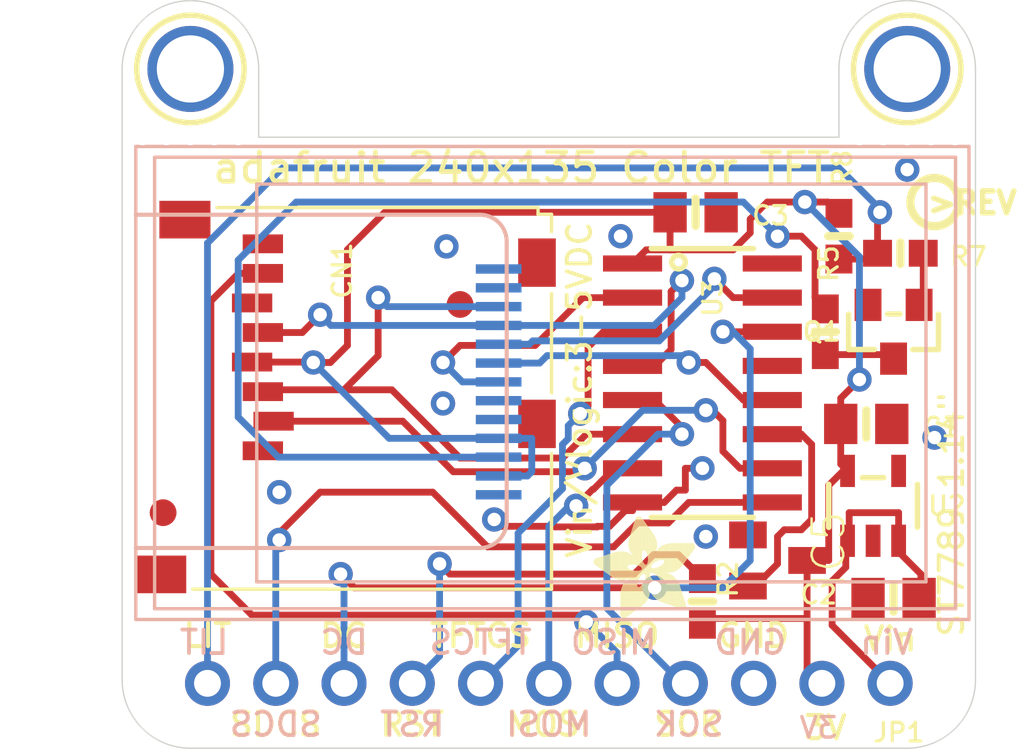
<source format=kicad_pcb>
(kicad_pcb (version 20211014) (generator pcbnew)
  (layers (0 "F.Cu" signal) (31 "B.Cu" signal) (34 "B.Paste" user) (35 "F.Paste" user) (36 "B.SilkS" user "B.Silkscreen") (37 "F.SilkS" user "F.Silkscreen") (38 "B.Mask" user) (39 "F.Mask" user) (44 "Edge.Cuts" user))
  (net 0 "")
  (net 1 "GND")
  (net 2 "3.3V")
  (net 3 "TFTCS_3V")
  (net 4 "SCK")
  (net 5 "MOSI")
  (net 6 "DC")
  (net 7 "SCK_3V")
  (net 8 "~{TFTRST_3V}")
  (net 9 "DC_3V")
  (net 10 "VIN")
  (net 11 "SDCS")
  (net 12 "N$1")
  (net 13 "LED_K")
  (net 14 "N$5")
  (net 15 "MISO_3V")
  (net 16 "MOSI_3V")
  (net 17 "SDCS_3V")
  (net 18 "~{TFTRST}")
  (net 19 "BACKLIGHT")
  (net 20 "TFTCS")
  (footprint "boardEagle:1X11_ROUND" (layer "F.Cu") (at 148.5011 116.4971 180)
    (fp_text reference "JP1" (at -14.0462 -1.8288) (layer "F.SilkS") (effects (font (size 0.692831 0.692831) (thickness 0.119969)) (justify right)))
    (fp_text value "")
    (pad "1" thru_hole circle (at -12.7 0 270) (size 1.6764 1.6764) (drill 1) (layers *.Cu *.Mask) (net 10 "VIN"))
    (pad "2" thru_hole circle (at -10.16 0 270) (size 1.6764 1.6764) (drill 1) (layers *.Cu *.Mask) (net 2 "3.3V"))
    (pad "3" thru_hole circle (at -7.62 0 270) (size 1.6764 1.6764) (drill 1) (layers *.Cu *.Mask) (net 1 "GND"))
    (pad "4" thru_hole circle (at -5.08 0 270) (size 1.6764 1.6764) (drill 1) (layers *.Cu *.Mask) (net 4 "SCK"))
    (pad "5" thru_hole circle (at -2.54 0 270) (size 1.6764 1.6764) (drill 1) (layers *.Cu *.Mask) (net 15 "MISO_3V"))
    (pad "6" thru_hole circle (at 0 0 270) (size 1.6764 1.6764) (drill 1) (layers *.Cu *.Mask) (net 5 "MOSI"))
    (pad "7" thru_hole circle (at 2.54 0 270) (size 1.6764 1.6764) (drill 1) (layers *.Cu *.Mask) (net 20 "TFTCS"))
    (pad "8" thru_hole circle (at 5.08 0 270) (size 1.6764 1.6764) (drill 1) (layers *.Cu *.Mask) (net 18 "~{TFTRST}"))
    (pad "9" thru_hole circle (at 7.62 0 270) (size 1.6764 1.6764) (drill 1) (layers *.Cu *.Mask) (net 6 "DC"))
    (pad "10" thru_hole circle (at 10.16 0 270) (size 1.6764 1.6764) (drill 1) (layers *.Cu *.Mask) (net 11 "SDCS"))
    (pad "11" thru_hole circle (at 12.7 0 270) (size 1.6764 1.6764) (drill 1) (layers *.Cu *.Mask) (net 19 "BACKLIGHT"))
  )
  (footprint "" (layer "F.Cu") (at 133.3881 96.1771)
    (fp_text reference "@HOLE4" hide)
    (fp_text value "" (at 0 0) (layer "F.SilkS") (effects (font (size 1.27 1.27))))
    (pad "" np_thru_hole circle (at 0 0) (size 0.6 0.6) (drill 0.6) (layers *.Cu *.Mask))
  )
  (footprint "" (layer "F.Cu") (at 136.0551 96.1771)
    (fp_text reference "@HOLE1" hide)
    (fp_text value "" (at 0 0) (layer "F.SilkS") (effects (font (size 1.27 1.27))))
    (pad "" np_thru_hole circle (at 0 0) (size 0.6 0.6) (drill 0.6) (layers *.Cu *.Mask))
  )
  (footprint "boardEagle:FIDUCIAL_1MM" (layer "F.Cu") (at 145.1991 102.4001)
    (fp_text reference "FID2" hide)
    (fp_text value "FIDUCIAL_1MM" hide)
    (pad "1" smd roundrect (at 0 0) (size 1 1) (layers "F.Cu" "F.Mask") (roundrect_rratio 0.5))
  )
  (footprint "boardEagle:0805-NO" (layer "F.Cu") (at 161.3281 113.3221 180)
    (fp_text reference "C2" (at 2.032 0.127) (layer "F.SilkS") (effects (font (size 0.692831 0.692831) (thickness 0.119969)) (justify right)))
    (fp_text value "10µF")
    (pad "1" smd rect (at -0.95 0 180) (size 1.24 1.5) (layers "F.Cu" "F.Paste" "F.Mask") (net 10 "VIN"))
    (pad "2" smd rect (at 0.95 0 180) (size 1.24 1.5) (layers "F.Cu" "F.Paste" "F.Mask") (net 1 "GND"))
  )
  (footprint "boardEagle:0603-NO" (layer "F.Cu") (at 154.2161 113.4491 -90)
    (fp_text reference "R2" (at -1.5875 -0.9525 90) (layer "F.SilkS") (effects (font (size 0.692831 0.692831) (thickness 0.119969)) (justify right)))
    (fp_text value "10K")
    (pad "1" smd rect (at -0.85 0 270) (size 1.075 1) (layers "F.Cu" "F.Paste" "F.Mask") (net 18 "~{TFTRST}"))
    (pad "2" smd rect (at 0.85 0 270) (size 1.075 1) (layers "F.Cu" "F.Paste" "F.Mask") (net 2 "3.3V"))
  )
  (footprint "boardEagle:0805-NO" (layer "F.Cu") (at 153.9621 98.9711)
    (fp_text reference "C3" (at 2.032 0.127) (layer "F.SilkS") (effects (font (size 0.692831 0.692831) (thickness 0.119969)) (justify left)))
    (fp_text value "0.1uF")
    (pad "1" smd rect (at -0.95 0) (size 1.24 1.5) (layers "F.Cu" "F.Paste" "F.Mask") (net 2 "3.3V"))
    (pad "2" smd rect (at 0.95 0) (size 1.24 1.5) (layers "F.Cu" "F.Paste" "F.Mask") (net 1 "GND"))
  )
  (footprint "boardEagle:0603-NO" (layer "F.Cu") (at 158.7881 103.4161 90)
    (fp_text reference "R5" (at 1.778 0.127 90) (layer "F.SilkS") (effects (font (size 0.692831 0.692831) (thickness 0.119969)) (justify left)))
    (fp_text value "22")
    (pad "1" smd rect (at -0.85 0 90) (size 1.075 1) (layers "F.Cu" "F.Paste" "F.Mask") (net 14 "N$5"))
    (pad "2" smd rect (at 0.85 0 90) (size 1.075 1) (layers "F.Cu" "F.Paste" "F.Mask") (net 13 "LED_K"))
  )
  (footprint "boardEagle:SOT23" (layer "F.Cu") (at 157.0101 111.9251 -90)
    (fp_text reference "IC5" (at -1.905 -1.905 90) (layer "F.SilkS") (effects (font (size 1.176528 1.176528) (thickness 0.093472)) (justify right)))
    (fp_text value "APX803")
    (pad "1" smd rect (at -0.95 1.1 270) (size 1 1.4) (layers "F.Cu" "F.Paste" "F.Mask") (net 1 "GND"))
    (pad "2" smd rect (at 0.95 1.1 270) (size 1 1.4) (layers "F.Cu" "F.Paste" "F.Mask") (net 18 "~{TFTRST}"))
    (pad "3" smd rect (at 0 -1.1 270) (size 1 1.4) (layers "F.Cu" "F.Paste" "F.Mask") (net 2 "3.3V"))
  )
  (footprint "boardEagle:0805-NO" (layer "F.Cu") (at 160.3121 106.8451)
    (fp_text reference "C1" (at 2.032 0.127) (layer "F.SilkS") (effects (font (size 0.692831 0.692831) (thickness 0.119969)) (justify left)))
    (fp_text value "10µF")
    (pad "1" smd rect (at -0.95 0) (size 1.24 1.5) (layers "F.Cu" "F.Paste" "F.Mask") (net 2 "3.3V"))
    (pad "2" smd rect (at 0.95 0) (size 1.24 1.5) (layers "F.Cu" "F.Paste" "F.Mask") (net 1 "GND"))
  )
  (footprint "boardEagle:SOIC16" (layer "F.Cu") (at 154.2161 105.3211 -90)
    (fp_text reference "U3" (at -3.937 -0.381 90) (layer "F.SilkS") (effects (font (size 0.692831 0.692831) (thickness 0.119969)) (justify right)))
    (fp_text value "74HC4050D")
    (pad "1" smd rect (at -4.445 2.6 270) (size 0.6 2.2) (layers "F.Cu" "F.Paste" "F.Mask") (net 2 "3.3V"))
    (pad "2" smd rect (at -3.175 2.6 270) (size 0.6 2.2) (layers "F.Cu" "F.Paste" "F.Mask") (net 3 "TFTCS_3V"))
    (pad "3" smd rect (at -1.905 2.6 270) (size 0.6 2.2) (layers "F.Cu" "F.Paste" "F.Mask") (net 20 "TFTCS"))
    (pad "4" smd rect (at -0.635 2.6 270) (size 0.6 2.2) (layers "F.Cu" "F.Paste" "F.Mask") (net 7 "SCK_3V"))
    (pad "5" smd rect (at 0.635 2.6 270) (size 0.6 2.2) (layers "F.Cu" "F.Paste" "F.Mask") (net 4 "SCK"))
    (pad "6" smd rect (at 1.905 2.6 270) (size 0.6 2.2) (layers "F.Cu" "F.Paste" "F.Mask") (net 16 "MOSI_3V"))
    (pad "7" smd rect (at 3.175 2.6 270) (size 0.6 2.2) (layers "F.Cu" "F.Paste" "F.Mask") (net 5 "MOSI"))
    (pad "8" smd rect (at 4.445 2.6 270) (size 0.6 2.2) (layers "F.Cu" "F.Paste" "F.Mask") (net 1 "GND"))
    (pad "9" smd rect (at 4.445 -2.6 270) (size 0.6 2.2) (layers "F.Cu" "F.Paste" "F.Mask") (net 11 "SDCS"))
    (pad "10" smd rect (at 3.175 -2.6 270) (size 0.6 2.2) (layers "F.Cu" "F.Paste" "F.Mask") (net 17 "SDCS_3V"))
    (pad "11" smd rect (at 1.905 -2.6 270) (size 0.6 2.2) (layers "F.Cu" "F.Paste" "F.Mask") (net 18 "~{TFTRST}"))
    (pad "12" smd rect (at 0.635 -2.6 270) (size 0.6 2.2) (layers "F.Cu" "F.Paste" "F.Mask") (net 8 "~{TFTRST_3V}"))
    (pad "13" smd rect (at -0.635 -2.6 270) (size 0.6 2.2) (layers "F.Cu" "F.Paste" "F.Mask"))
    (pad "14" smd rect (at -1.905 -2.6 270) (size 0.6 2.2) (layers "F.Cu" "F.Paste" "F.Mask") (net 6 "DC"))
    (pad "15" smd rect (at -3.175 -2.6 270) (size 0.6 2.2) (layers "F.Cu" "F.Paste" "F.Mask") (net 9 "DC_3V"))
    (pad "16" smd rect (at -4.445 -2.6 270) (size 0.6 2.2) (layers "F.Cu" "F.Paste" "F.Mask"))
  )
  (footprint "boardEagle:SOT23-WIDE" (layer "F.Cu") (at 161.3281 103.4161 180)
    (fp_text reference "Q1" (at 1.905 0) (layer "F.SilkS") (effects (font (size 0.692831 0.692831) (thickness 0.119969)) (justify right)))
    (fp_text value "MMBT2222")
    (pad "1" smd rect (at -0.95 1 180) (size 1 1.2) (layers "F.Cu" "F.Paste" "F.Mask") (net 12 "N$1"))
    (pad "2" smd rect (at 0.95 1 180) (size 1 1.2) (layers "F.Cu" "F.Paste" "F.Mask") (net 1 "GND"))
    (pad "3" smd rect (at 0 -1 180) (size 1 1.2) (layers "F.Cu" "F.Paste" "F.Mask") (net 14 "N$5"))
  )
  (footprint "" (layer "F.Cu") (at 163.6141 96.1771)
    (fp_text reference "@HOLE5" hide)
    (fp_text value "" (at 0 0) (layer "F.SilkS") (effects (font (size 1.27 1.27))))
    (pad "" np_thru_hole circle (at 0 0) (size 0.6 0.6) (drill 0.6) (layers *.Cu *.Mask))
  )
  (footprint "" (layer "F.Cu") (at 134.2771 96.1771)
    (fp_text reference "@HOLE3" hide)
    (fp_text value "" (at 0 0) (layer "F.SilkS") (effects (font (size 1.27 1.27))))
    (pad "" np_thru_hole circle (at 0 0) (size 0.6 0.6) (drill 0.6) (layers *.Cu *.Mask))
  )
  (footprint "" (layer "F.Cu") (at 162.7251 96.1771)
    (fp_text reference "@HOLE6" hide)
    (fp_text value "" (at 0 0) (layer "F.SilkS") (effects (font (size 1.27 1.27))))
    (pad "" np_thru_hole circle (at 0 0) (size 0.6 0.6) (drill 0.6) (layers *.Cu *.Mask))
  )
  (footprint "boardEagle:MOUNTINGHOLE_2.5_PLATED" (layer "F.Cu") (at 161.8361 93.6371)
    (fp_text reference "U$10" hide)
    (fp_text value "MOUNTINGHOLE2.5" hide)
    (pad "P$1" thru_hole circle (at 0 0) (size 3.2 3.2) (drill 2.5) (layers *.Cu *.Mask))
  )
  (footprint "boardEagle:0603-NO" (layer "F.Cu") (at 161.5821 100.4951)
    (fp_text reference "R7" (at 1.778 0.127) (layer "F.SilkS") (effects (font (size 0.692831 0.692831) (thickness 0.119969)) (justify left)))
    (fp_text value "1K")
    (pad "1" smd rect (at -0.85 0) (size 1.075 1) (layers "F.Cu" "F.Paste" "F.Mask") (net 19 "BACKLIGHT"))
    (pad "2" smd rect (at 0.85 0) (size 1.075 1) (layers "F.Cu" "F.Paste" "F.Mask") (net 12 "N$1"))
  )
  (footprint "boardEagle:ADAFRUIT_3.5MM" (layer "F.Cu") (at 153.9621 114.0841 90)
    (fp_text reference "U$4" hide)
    (fp_text value "MICROSD" hide)
  )
  (footprint "boardEagle:MOUNTINGHOLE_2.5_PLATED" (layer "F.Cu") (at 135.1661 93.6371)
    (fp_text reference "U$9" hide)
    (fp_text value "MOUNTINGHOLE2.5" hide)
    (pad "P$1" thru_hole circle (at 0 0) (size 3.2 3.2) (drill 2.5) (layers *.Cu *.Mask))
  )
  (footprint "" (layer "F.Cu") (at 160.9471 96.1771)
    (fp_text reference "@HOLE8" hide)
    (fp_text value "" (at 0 0) (layer "F.SilkS") (effects (font (size 1.27 1.27))))
    (pad "" np_thru_hole circle (at 0 0) (size 0.6 0.6) (drill 0.6) (layers *.Cu *.Mask))
  )
  (footprint "boardEagle:SOT23-5" (layer "F.Cu") (at 160.5661 109.8931)
    (fp_text reference "U2" (at 1.978 0) (layer "F.SilkS") (effects (font (size 0.692831 0.692831) (thickness 0.119969)) (justify left)))
    (fp_text value "MIC5225-3.3")
    (pad "1" smd rect (at -0.95 1.3001) (size 0.55 1.2) (layers "F.Cu" "F.Paste" "F.Mask") (net 10 "VIN"))
    (pad "2" smd rect (at 0 1.3001) (size 0.55 1.2) (layers "F.Cu" "F.Paste" "F.Mask") (net 1 "GND"))
    (pad "3" smd rect (at 0.95 1.3001) (size 0.55 1.2) (layers "F.Cu" "F.Paste" "F.Mask") (net 10 "VIN"))
    (pad "4" smd rect (at 0.95 -1.3001) (size 0.55 1.2) (layers "F.Cu" "F.Paste" "F.Mask"))
    (pad "5" smd rect (at -0.95 -1.3001) (size 0.55 1.2) (layers "F.Cu" "F.Paste" "F.Mask") (net 2 "3.3V"))
  )
  (footprint "" (layer "F.Cu") (at 135.1661 96.1771)
    (fp_text reference "@HOLE2" hide)
    (fp_text value "" (at 0 0) (layer "F.SilkS") (effects (font (size 1.27 1.27))))
    (pad "" np_thru_hole circle (at 0 0) (size 0.6 0.6) (drill 0.6) (layers *.Cu *.Mask))
  )
  (footprint "" (layer "F.Cu") (at 161.8361 96.1771)
    (fp_text reference "@HOLE7" hide)
    (fp_text value "" (at 0 0) (layer "F.SilkS") (effects (font (size 1.27 1.27))))
    (pad "" np_thru_hole circle (at 0 0) (size 0.6 0.6) (drill 0.6) (layers *.Cu *.Mask))
  )
  (footprint "boardEagle:PCBFEAT-REV-040" (layer "F.Cu") (at 162.8521 98.5901)
    (fp_text reference "U$6" hide)
    (fp_text value "" hide)
    (fp_text user ">REV" (at -0.3556 0.508) (layer "F.SilkS") (effects (font (size 0.8128 0.8128) (thickness 0.2032)) (justify left bottom)))
  )
  (footprint "boardEagle:MICROSD" (layer "F.Cu") (at 148.5011 98.8441 -90)
    (fp_text reference "CN1" (at 1.18 7.69 90) (layer "F.SilkS") (effects (font (size 0.692831 0.692831) (thickness 0.119969)) (justify right)))
    (fp_text value "")
    (pad "1" smd rect (at 9 10.64 270) (size 0.7 1.5) (layers "F.Cu" "F.Paste" "F.Mask"))
    (pad "2" smd rect (at 7.9 10.24 270) (size 0.7 1.5) (layers "F.Cu" "F.Paste" "F.Mask") (net 17 "SDCS_3V"))
    (pad "3" smd rect (at 6.8 10.64 270) (size 0.7 1.5) (layers "F.Cu" "F.Paste" "F.Mask") (net 16 "MOSI_3V"))
    (pad "4" smd rect (at 5.7 11.04 270) (size 0.7 1.5) (layers "F.Cu" "F.Paste" "F.Mask") (net 2 "3.3V"))
    (pad "5" smd rect (at 4.6 10.64 270) (size 0.7 1.5) (layers "F.Cu" "F.Paste" "F.Mask") (net 7 "SCK_3V"))
    (pad "6" smd rect (at 3.5 11.04 270) (size 0.7 1.5) (layers "F.Cu" "F.Paste" "F.Mask") (net 1 "GND"))
    (pad "7" smd rect (at 2.4 10.64 270) (size 0.7 1.5) (layers "F.Cu" "F.Paste" "F.Mask") (net 15 "MISO_3V"))
    (pad "8" smd rect (at 1.3 10.64 270) (size 0.7 1.5) (layers "F.Cu" "F.Paste" "F.Mask"))
    (pad "CD1" smd rect (at 2 0.44) (size 1.4 1.8) (layers "F.Cu" "F.Paste" "F.Mask"))
    (pad "CD2" smd rect (at 8 0.44) (size 1.4 1.8) (layers "F.Cu" "F.Paste" "F.Mask"))
    (pad "MT1" smd rect (at 0.4 13.54 270) (size 1.4 1.9) (layers "F.Cu" "F.Paste" "F.Mask") (net 1 "GND"))
    (pad "MT2" smd rect (at 13.6 14.44 270) (size 1.4 1.9) (layers "F.Cu" "F.Paste" "F.Mask") (net 1 "GND"))
  )
  (footprint "boardEagle:0603-NO" (layer "F.Cu") (at 159.2961 99.8601 90)
    (fp_text reference "R8" (at 1.778 0.127 90) (layer "F.SilkS") (effects (font (size 0.692831 0.692831) (thickness 0.119969)) (justify left)))
    (fp_text value "10K")
    (pad "1" smd rect (at -0.85 0 90) (size 1.075 1) (layers "F.Cu" "F.Paste" "F.Mask") (net 19 "BACKLIGHT"))
    (pad "2" smd rect (at 0.85 0 90) (size 1.075 1) (layers "F.Cu" "F.Paste" "F.Mask") (net 2 "3.3V"))
  )
  (footprint "boardEagle:FIDUCIAL_1MM" (layer "F.Cu") (at 134.1501 110.1471)
    (fp_text reference "FID1" hide)
    (fp_text value "FIDUCIAL_1MM" hide)
    (pad "1" smd roundrect (at 0 0) (size 1 1) (layers "F.Cu" "F.Mask") (roundrect_rratio 0.5))
  )
  (footprint "" (layer "F.Cu") (at 160.0581 96.1771)
    (fp_text reference "@HOLE9" hide)
    (fp_text value "" (at 0 0) (layer "F.SilkS") (effects (font (size 1.27 1.27))))
    (pad "" np_thru_hole circle (at 0 0) (size 0.6 0.6) (drill 0.6) (layers *.Cu *.Mask))
  )
  (footprint "" (layer "F.Cu") (at 136.9441 96.1771)
    (fp_text reference "@HOLE0" hide)
    (fp_text value "" (at 0 0) (layer "F.SilkS") (effects (font (size 1.27 1.27))))
    (pad "" np_thru_hole circle (at 0 0) (size 0.6 0.6) (drill 0.6) (layers *.Cu *.Mask))
  )
  (footprint "boardEagle:TFT_1.14IN_240X135_WRAPUNDER" (layer "B.Cu") (at 133.1341 105.3211 90)
    (fp_text reference "DISP1" hide)
    (fp_text value "DISP_LCD_GENERIC_SPI_1.14IN_240X135_WRAPUNDER" hide)
    (pad "" np_thru_hole circle (at -5.14 9.8 90) (size 1 1) (drill 1) (layers *.Cu *.Mask))
    (pad "" np_thru_hole circle (at 5.26 9.8 90) (size 1 1) (drill 1) (layers *.Cu *.Mask))
    (pad "1" smd rect (at 4.24 13.5 180) (size 1.7 0.35) (layers "B.Cu" "B.Mask"))
    (pad "2" smd rect (at 3.54 13.5 180) (size 1.7 0.35) (layers "B.Cu" "B.Mask"))
    (pad "3" smd rect (at 2.84 13.5 180) (size 1.7 0.35) (layers "B.Cu" "B.Mask") (net 16 "MOSI_3V"))
    (pad "4" smd rect (at 2.14 13.5 180) (size 1.7 0.35) (layers "B.Cu" "B.Mask") (net 7 "SCK_3V"))
    (pad "5" smd rect (at 1.44 13.5 180) (size 1.7 0.35) (layers "B.Cu" "B.Mask") (net 9 "DC_3V"))
    (pad "6" smd rect (at 0.74 13.5 180) (size 1.7 0.35) (layers "B.Cu" "B.Mask") (net 8 "~{TFTRST_3V}"))
    (pad "7" smd rect (at 0.04 13.5 180) (size 1.7 0.35) (layers "B.Cu" "B.Mask") (net 3 "TFTCS_3V"))
    (pad "8" smd rect (at -0.66 13.5 180) (size 1.7 0.35) (layers "B.Cu" "B.Mask") (net 1 "GND"))
    (pad "9" smd rect (at -1.36 13.5 180) (size 1.7 0.35) (layers "B.Cu" "B.Mask"))
    (pad "10" smd rect (at -2.06 13.5 180) (size 1.7 0.35) (layers "B.Cu" "B.Mask") (net 2 "3.3V"))
    (pad "11" smd rect (at -2.76 13.5 180) (size 1.7 0.35) (layers "B.Cu" "B.Mask") (net 13 "LED_K"))
    (pad "12" smd rect (at -3.46 13.5 180) (size 1.7 0.35) (layers "B.Cu" "B.Mask") (net 2 "3.3V"))
    (pad "13" smd rect (at -4.16 13.5 180) (size 1.7 0.35) (layers "B.Cu" "B.Mask") (net 1 "GND"))
  )
  (gr_line (start 159.2961 93.6371) (end 159.2961 96.1771) (layer "Edge.Cuts") (width 0.05))
  (gr_line (start 132.6261 116.3701) (end 132.6261 93.6371) (layer "Edge.Cuts") (width 0.05))
  (gr_arc (start 132.6261 93.6371) (mid 133.370049 91.841049) (end 135.1661 91.0971) (layer "Edge.Cuts") (width 0.05))
  (gr_arc (start 164.3761 116.3701) (mid 163.632151 118.166151) (end 161.8361 118.9101) (layer "Edge.Cuts") (width 0.05))
  (gr_arc (start 135.1661 118.9101) (mid 133.370049 118.166151) (end 132.6261 116.3701) (layer "Edge.Cuts") (width 0.05))
  (gr_line (start 164.3761 116.3701) (end 164.3761 93.6371) (layer "Edge.Cuts") (width 0.05))
  (gr_line (start 137.7061 93.6371) (end 137.7061 96.1771) (layer "Edge.Cuts") (width 0.05))
  (gr_line (start 135.1661 118.9101) (end 161.8361 118.9101) (layer "Edge.Cuts") (width 0.05))
  (gr_arc (start 159.2961 93.6371) (mid 160.040049 91.841049) (end 161.8361 91.0971) (layer "Edge.Cuts") (width 0.05))
  (gr_arc (start 135.1661 91.0971) (mid 136.962151 91.841049) (end 137.706099 93.637101) (layer "Edge.Cuts") (width 0.05))
  (gr_arc (start 161.8361 91.0971) (mid 163.632151 91.841049) (end 164.3761 93.6371) (layer "Edge.Cuts") (width 0.05))
  (gr_line (start 159.2961 96.1771) (end 137.7061 96.1771) (layer "Edge.Cuts") (width 0.05))
  (gr_text "GND" (at 155.9941 114.9731) (layer "B.SilkS") (effects (font (size 0.87376 0.87376) (thickness 0.14224)) (justify mirror)))
  (gr_text "MOSI" (at 148.5011 118.0211) (layer "B.SilkS") (effects (font (size 0.87376 0.87376) (thickness 0.14224)) (justify mirror)))
  (gr_text "3V" (at 158.5341 118.1481) (layer "B.SilkS") (effects (font (size 0.76454 0.76454) (thickness 0.12446)) (justify mirror)))
  (gr_text "RST" (at 143.4211 118.0211) (layer "B.SilkS") (effects (font (size 0.87376 0.87376) (thickness 0.14224)) (justify mirror)))
  (gr_text "SDCS" (at 138.3411 118.0211) (layer "B.SilkS") (effects (font (size 0.87376 0.87376) (thickness 0.14224)) (justify mirror)))
  (gr_text "Vin" (at 161.0741 114.9731) (layer "B.SilkS") (effects (font (size 0.87376 0.87376) (thickness 0.14224)) (justify mirror)))
  (gr_text "LIT" (at 135.6741 114.9731) (layer "B.SilkS") (effects (font (size 0.87376 0.87376) (thickness 0.14224)) (justify mirror)))
  (gr_text "DC" (at 140.8811 114.9731) (layer "B.SilkS") (effects (font (size 0.87376 0.87376) (thickness 0.14224)) (justify mirror)))
  (gr_text "MISO" (at 150.9141 114.9731) (layer "B.SilkS") (effects (font (size 0.87376 0.87376) (thickness 0.14224)) (justify mirror)))
  (gr_text "TFTCS" (at 145.9611 114.9731) (layer "B.SilkS") (effects (font (size 0.87376 0.87376) (thickness 0.14224)) (justify mirror)))
  (gr_text "SCK" (at 153.7081 118.0211) (layer "B.SilkS") (effects (font (size 0.87376 0.87376) (thickness 0.14224)) (justify mirror)))
  (gr_text "MOSI" (at 148.5011 118.0211) (layer "F.SilkS") (effects (font (size 0.8636 0.8636) (thickness 0.1524))))
  (gr_text "3V" (at 158.7881 118.1481) (layer "F.SilkS") (effects (font (size 0.8636 0.8636) (thickness 0.1524))))
  (gr_text "adafruit 240x135 Color TFT" (at 147.4851 97.3201) (layer "F.SilkS") (effects (font (size 1.0922 1.0922) (thickness 0.1778))))
  (gr_text "MISO" (at 151.0411 114.7191) (layer "F.SilkS") (effects (font (size 0.8636 0.8636) (thickness 0.1524))))
  (gr_text "SCK" (at 153.7081 118.0211) (layer "F.SilkS") (effects (font (size 0.8636 0.8636) (thickness 0.1524))))
  (gr_text "SDCS" (at 138.3411 118.0211) (layer "F.SilkS") (effects (font (size 0.8636 0.8636) (thickness 0.1524))))
  (gr_text "ST7789 1.14\"" (at 163.9951 114.8461 90) (layer "F.SilkS") (effects (font (size 0.87376 0.87376) (thickness 0.14224)) (justify left bottom)))
  (gr_text "GND" (at 156.1211 114.7191) (layer "F.SilkS") (effects (font (size 0.8636 0.8636) (thickness 0.1524))))
  (gr_text "TFTCS" (at 145.9611 114.7191) (layer "F.SilkS") (effects (font (size 0.8636 0.8636) (thickness 0.1524))))
  (gr_text "DC" (at 140.8811 114.7191) (layer "F.SilkS") (effects (font (size 0.8636 0.8636) (thickness 0.1524))))
  (gr_text "Vin/Vlogic:3-5VDC" (at 149.6441 105.5751 90) (layer "F.SilkS") (effects (font (size 0.87376 0.87376) (thickness 0.14224))))
  (gr_text "RST" (at 143.4211 118.0211) (layer "F.SilkS") (effects (font (size 0.8636 0.8636) (thickness 0.1524))))
  (gr_text "LIT" (at 135.8011 114.7191) (layer "F.SilkS") (effects (font (size 0.8636 0.8636) (thickness 0.1524))))
  (gr_text "Vin" (at 161.2011 114.8461) (layer "F.SilkS") (effects (font (size 0.8636 0.8636) (thickness 0.1524))))
  (segment (start 153.2509 109.3089) (end 153.5811 109.3089) (width 0.254) (layer "F.Cu") (net 1))
  (segment (start 150.7617 110.6551) (end 150.3005 110.6551) (width 0.254) (layer "F.Cu") (net 1))
  (segment (start 148.7337 110.6765) (end 148.7337 110.6551) (width 0.254) (layer "F.Cu") (net 1))
  (segment (start 153.5811 108.4961) (end 154.2161 108.4961) (width 0.254) (layer "F.Cu") (net 1))
  (segment (start 151.6161 110.0709) (end 151.3459 110.0709) (width 0.254) (layer "F.Cu") (net 1))
  (segment (start 152.7937 109.7661) (end 153.2509 109.3089) (width 0.254) (layer "F.Cu") (net 1))
  (segment (start 148.7337 110.6551) (end 146.7231 110.6551) (width 0.254) (layer "F.Cu") (net 1))
  (segment (start 150.3005 110.6765) (end 148.7337 110.6765) (width 0.254) (layer "F.Cu") (net 1))
  (segment (start 153.5811 109.3089) (end 153.5811 108.4961) (width 0.254) (layer "F.Cu") (net 1))
  (segment (start 151.6161 109.7661) (end 152.7937 109.7661) (width 0.254) (layer "F.Cu") (net 1))
  (segment (start 151.6161 109.7661) (end 151.6161 110.0709) (width 0.254) (layer "F.Cu") (net 1))
  (segment (start 146.7231 110.6551) (end 146.4691 110.4011) (width 0.254) (layer "F.Cu") (net 1))
  (segment (start 150.3005 110.6551) (end 150.3005 110.6765) (width 0.254) (layer "F.Cu") (net 1))
  (segment (start 151.3459 110.0709) (end 150.7617 110.6551) (width 0.254) (layer "F.Cu") (net 1))
  (via (at 161.8361 97.3836) (size 0.9064) (drill 0.5) (layers "F.Cu" "B.Cu") (net 1))
  (via (at 154.3431 111.0361) (size 0.9064) (drill 0.5) (layers "F.Cu" "B.Cu") (net 1))
  (via (at 146.4691 110.4011) (size 0.9064) (drill 0.5) (layers "F.Cu" "B.Cu") (net 1))
  (via (at 144.6911 100.2411) (size 0.9064) (drill 0.5) (layers "F.Cu" "B.Cu") (net 1))
  (via (at 144.5641 106.0831) (size 0.9064) (drill 0.5) (layers "F.Cu" "B.Cu") (net 1))
  (via (at 138.4681 109.3851) (size 0.9064) (drill 0.5) (layers "F.Cu" "B.Cu") (net 1))
  (via (at 154.2161 108.4961) (size 0.9064) (drill 0.5) (layers "F.Cu" "B.Cu") (net 1))
  (via (at 162.8521 107.3531) (size 0.9064) (drill 0.5) (layers "F.Cu" "B.Cu") (net 1))
  (via (at 151.1681 99.8601) (size 0.9064) (drill 0.5) (layers "F.Cu" "B.Cu") (net 1))
  (segment (start 159.4532 108.593) (end 159.6161 108.593) (width 0.254) (layer "F.Cu") (net 2))
  (segment (start 152.1241 100.3681) (end 153.0121 100.3681) (width 0.254) (layer "F.Cu") (net 2))
  (segment (start 159.6161 108.593) (end 159.3621 108.339) (width 0.254) (layer "F.Cu") (net 2))
  (segment (start 140.3731 104.5591) (end 139.7381 104.5591) (width 0.254) (layer "F.Cu") (net 2))
  (segment (start 158.1101 111.9251) (end 158.1101 114.0841) (width 0.254) (layer "F.Cu") (net 2))
  (segment (start 142.397175 98.9711) (end 141.0081 100.360175) (width 0.254) (layer "F.Cu") (net 2))
  (segment (start 158.0261 98.5901) (end 156.6291 98.5901) (width 0.254) (layer "F.Cu") (net 2))
  (segment (start 154.4311 114.0841) (end 158.1101 114.0841) (width 0.254) (layer "F.Cu") (net 2))
  (segment (start 158.1101 114.0841) (end 158.1101 115.9461) (width 0.254) (layer "F.Cu") (net 2))
  (segment (start 158.6611 116.4971) (end 158.1101 115.9461) (width 0.254) (layer "F.Cu") (net 2))
  (segment (start 158.8761 98.5901) (end 158.0261 98.5901) (width 0.254) (layer "F.Cu") (net 2))
  (segment (start 159.3621 108.339) (end 159.3621 106.8451) (width 0.254) (layer "F.Cu") (net 2))
  (segment (start 155.9941 99.7331) (end 155.3591 100.3681) (width 0.254) (layer "F.Cu") (net 2))
  (segment (start 141.0081 103.9241) (end 140.3731 104.5591) (width 0.254) (layer "F.Cu") (net 2))
  (segment (start 156.6291 98.5901) (end 155.9941 99.2251) (width 0.254) (layer "F.Cu") (net 2))
  (segment (start 159.3621 105.8901) (end 160.0581 105.1941) (width 0.254) (layer "F.Cu") (net 2))
  (segment (start 159.3621 106.8451) (end 159.3621 105.8901) (width 0.254) (layer "F.Cu") (net 2))
  (segment (start 154.4311 114.0841) (end 154.2161 114.2991) (width 0.254) (layer "F.Cu") (net 2))
  (segment (start 158.8761 98.5901) (end 159.2961 99.0101) (width 0.254) (layer "F.Cu") (net 2))
  (segment (start 158.9151 109.1311) (end 158.9151 111.9251) (width 0.254) (layer "F.Cu") (net 2))
  (segment (start 141.0081 100.360175) (end 141.0081 103.9241) (width 0.254) (layer "F.Cu") (net 2))
  (segment (start 139.7381 104.5591) (end 139.7231 104.5441) (width 0.254) (layer "F.Cu") (net 2))
  (segment (start 159.4532 108.593) (end 158.9151 109.1311) (width 0.254) (layer "F.Cu") (net 2))
  (segment (start 152.1241 100.3681) (end 151.6161 100.8761) (width 0.254) (layer "F.Cu") (net 2))
  (segment (start 155.3591 100.3681) (end 153.0121 100.3681) (width 0.254) (layer "F.Cu") (net 2))
  (segment (start 153.0121 98.9711) (end 153.0121 100.3681) (width 0.254) (layer "F.Cu") (net 2))
  (segment (start 153.0121 98.9711) (end 142.397175 98.9711) (width 0.254) (layer "F.Cu") (net 2))
  (segment (start 139.7231 104.5441) (end 137.4611 104.5441) (width 0.254) (layer "F.Cu") (net 2))
  (segment (start 155.9941 99.2251) (end 155.9941 99.7331) (width 0.254) (layer "F.Cu") (net 2))
  (segment (start 158.9151 111.9251) (end 158.1101 111.9251) (width 0.254) (layer "F.Cu") (net 2))
  (via (at 158.0261 98.5901) (size 0.9064) (drill 0.5) (layers "F.Cu" "B.Cu") (net 2))
  (via (at 139.7381 104.5591) (size 0.9064) (drill 0.5) (layers "F.Cu" "B.Cu") (net 2))
  (via (at 160.0581 105.1941) (size 0.9064) (drill 0.5) (layers "F.Cu" "B.Cu") (net 2))
  (segment (start 160.0581 105.1941) (end 160.0581 100.6221) (width 0.254) (layer "B.Cu") (net 2))
  (segment (start 147.7081 108.7811) (end 146.6341 108.7811) (width 0.254) (layer "B.Cu") (net 2))
  (segment (start 142.5601 107.3811) (end 139.7381 104.5591) (width 0.254) (layer "B.Cu") (net 2))
  (segment (start 147.8661 107.3811) (end 147.8661 108.6231) (width 0.254) (layer "B.Cu") (net 2))
  (segment (start 146.6341 107.3811) (end 142.5601 107.3811) (width 0.254) (layer "B.Cu") (net 2))
  (segment (start 147.8661 108.6231) (end 147.7081 108.7811) (width 0.254) (layer "B.Cu") (net 2))
  (segment (start 160.0581 100.6221) (end 158.0261 98.5901) (width 0.254) (layer "B.Cu") (net 2))
  (segment (start 146.6341 107.3811) (end 147.8661 107.3811) (width 0.254) (layer "B.Cu") (net 2))
  (segment (start 149.7711 102.1461) (end 147.9931 103.9241) (width 0.254) (layer "F.Cu") (net 3))
  (segment (start 151.6161 102.1461) (end 149.7711 102.1461) (width 0.254) (layer "F.Cu") (net 3))
  (segment (start 144.5641 104.5591) (end 145.1991 103.9241) (width 0.254) (layer "F.Cu") (net 3))
  (segment (start 147.9931 103.9241) (end 145.1991 103.9241) (width 0.254) (layer "F.Cu") (net 3))
  (via (at 144.5641 104.5591) (size 0.9064) (drill 0.5) (layers "F.Cu" "B.Cu") (net 3))
  (segment (start 145.2861 105.2811) (end 146.6341 105.2811) (width 0.254) (layer "B.Cu") (net 3))
  (segment (start 144.5641 104.5591) (end 145.2861 105.2811) (width 0.254) (layer "B.Cu") (net 3))
  (segment (start 153.4541 106.9721) (end 152.4381 105.9561) (width 0.254) (layer "F.Cu") (net 4))
  (segment (start 151.6161 105.9561) (end 152.4381 105.9561) (width 0.254) (layer "F.Cu") (net 4))
  (segment (start 153.4541 106.9721) (end 153.4541 107.2261) (width 0.254) (layer "F.Cu") (net 4))
  (via (at 153.4541 107.2261) (size 0.9064) (drill 0.5) (layers "F.Cu" "B.Cu") (net 4))
  (segment (start 152.5651 107.2261) (end 153.4541 107.2261) (width 0.254) (layer "B.Cu") (net 4))
  (segment (start 150.6601 109.1311) (end 150.6601 113.7031) (width 0.254) (layer "B.Cu") (net 4))
  (segment (start 150.6601 113.7031) (end 153.4541 116.4971) (width 0.254) (layer "B.Cu") (net 4))
  (segment (start 152.5651 107.2261) (end 150.6601 109.1311) (width 0.254) (layer "B.Cu") (net 4))
  (segment (start 153.4541 116.4971) (end 153.5811 116.4971) (width 0.254) (layer "B.Cu") (net 4))
  (segment (start 150.9425 108.4961) (end 150.1591 109.2795) (width 0.254) (layer "F.Cu") (net 5))
  (segment (start 150.1307 109.2795) (end 149.5171 109.8931) (width 0.254) (layer "F.Cu") (net 5))
  (segment (start 151.6161 108.4961) (end 150.9425 108.4961) (width 0.254) (layer "F.Cu") (net 5))
  (segment (start 150.1591 109.2795) (end 150.1307 109.2795) (width 0.254) (layer "F.Cu") (net 5))
  (segment (start 149.6441 109.8931) (end 149.5171 109.8931) (width 0.254) (layer "F.Cu") (net 5))
  (via (at 149.5171 109.8931) (size 0.9064) (drill 0.5) (layers "F.Cu" "B.Cu") (net 5))
  (segment (start 149.2631 109.8931) (end 148.5011 110.6551) (width 0.254) (layer "B.Cu") (net 5))
  (segment (start 149.5171 109.8931) (end 149.2631 109.8931) (width 0.254) (layer "B.Cu") (net 5))
  (segment (start 148.5011 110.6551) (end 148.5011 116.4971) (width 0.254) (layer "B.Cu") (net 5))
  (segment (start 141.2621 112.9411) (end 140.7541 112.4331) (width 0.254) (layer "F.Cu") (net 6))
  (segment (start 152.4381 112.9411) (end 141.2621 112.9411) (width 0.254) (layer "F.Cu") (net 6))
  (segment (start 154.9781 103.4161) (end 156.8161 103.4161) (width 0.254) (layer "F.Cu") (net 6))
  (via (at 154.9781 103.4161) (size 0.9064) (drill 0.5) (layers "F.Cu" "B.Cu") (net 6))
  (via (at 140.7541 112.4331) (size 0.9064) (drill 0.5) (layers "F.Cu" "B.Cu") (net 6))
  (via (at 152.4381 112.9411) (size 0.9064) (drill 0.5) (layers "F.Cu" "B.Cu") (net 6))
  (segment (start 155.3591 103.4161) (end 154.9781 103.4161) (width 0.254) (layer "B.Cu") (net 6))
  (segment (start 140.8811 116.4971) (end 140.8811 112.5601) (width 0.254) (layer "B.Cu") (net 6))
  (segment (start 155.9941 104.0511) (end 155.3591 103.4161) (width 0.254) (layer "B.Cu") (net 6))
  (segment (start 140.8811 112.5601) (end 140.7541 112.4331) (width 0.254) (layer "B.Cu") (net 6))
  (segment (start 154.9781 112.9411) (end 155.9941 111.9251) (width 0.254) (layer "B.Cu") (net 6))
  (segment (start 155.9941 111.9251) (end 155.9941 104.0511) (width 0.254) (layer "B.Cu") (net 6))
  (segment (start 152.4381 112.9411) (end 154.9781 112.9411) (width 0.254) (layer "B.Cu") (net 6))
  (segment (start 139.3291 103.4441) (end 137.8611 103.4441) (width 0.254) (layer "F.Cu") (net 7))
  (segment (start 153.0517 101.9135) (end 153.4541 101.5111) (width 0.254) (layer "F.Cu") (net 7))
  (segment (start 153.0517 104.0725) (end 153.0517 101.9135) (width 0.254) (layer "F.Cu") (net 7))
  (segment (start 151.6161 104.6861) (end 152.4381 104.6861) (width 0.254) (layer "F.Cu") (net 7))
  (segment (start 152.4381 104.6861) (end 153.0517 104.0725) (width 0.254) (layer "F.Cu") (net 7))
  (segment (start 139.9921 102.7811) (end 139.3291 103.4441) (width 0.254) (layer "F.Cu") (net 7))
  (via (at 139.9921 102.7811) (size 0.9064) (drill 0.5) (layers "F.Cu" "B.Cu") (net 7))
  (via (at 153.4541 101.5111) (size 0.9064) (drill 0.5) (layers "F.Cu" "B.Cu") (net 7))
  (segment (start 153.4541 101.5111) (end 153.4541 102.1461) (width 0.254) (layer "B.Cu") (net 7))
  (segment (start 152.4191 103.1811) (end 146.6341 103.1811) (width 0.254) (layer "B.Cu") (net 7))
  (segment (start 153.4541 102.1461) (end 152.4191 103.1811) (width 0.254) (layer "B.Cu") (net 7))
  (segment (start 146.6341 103.1811) (end 140.3921 103.1811) (width 0.254) (layer "B.Cu") (net 7))
  (segment (start 140.3921 103.1811) (end 139.9921 102.7811) (width 0.254) (layer "B.Cu") (net 7))
  (segment (start 153.7081 104.5591) (end 154.3431 104.5591) (width 0.254) (layer "F.Cu") (net 8))
  (segment (start 155.7401 105.9561) (end 156.8161 105.9561) (width 0.254) (layer "F.Cu") (net 8))
  (segment (start 155.7401 105.9561) (end 154.3431 104.5591) (width 0.254) (layer "F.Cu") (net 8))
  (via (at 153.7081 104.5591) (size 0.9064) (drill 0.5) (layers "F.Cu" "B.Cu") (net 8))
  (segment (start 148.4341 104.3051) (end 148.1581 104.5811) (width 0.254) (layer "B.Cu") (net 8))
  (segment (start 153.7081 104.5591) (end 153.4541 104.3051) (width 0.254) (layer "B.Cu") (net 8))
  (segment (start 153.4541 104.3051) (end 148.4341 104.3051) (width 0.254) (layer "B.Cu") (net 8))
  (segment (start 148.1581 104.5811) (end 146.6341 104.5811) (width 0.254) (layer "B.Cu") (net 8))
  (segment (start 155.3591 102.1461) (end 156.8161 102.1461) (width 0.254) (layer "F.Cu") (net 9))
  (segment (start 155.3591 102.1461) (end 154.6606 101.4476) (width 0.254) (layer "F.Cu") (net 9))
  (via (at 154.6606 101.4476) (size 0.9064) (drill 0.5) (layers "F.Cu" "B.Cu") (net 9))
  (segment (start 147.7771 103.8811) (end 146.6341 103.8811) (width 0.254) (layer "B.Cu") (net 9))
  (segment (start 152.6081 103.7541) (end 147.9041 103.7541) (width 0.254) (layer "B.Cu") (net 9))
  (segment (start 147.9041 103.7541) (end 147.7771 103.8811) (width 0.254) (layer "B.Cu") (net 9))
  (segment (start 154.6606 101.4476) (end 154.6606 101.7016) (width 0.254) (layer "B.Cu") (net 9))
  (segment (start 154.6606 101.7016) (end 152.6081 103.7541) (width 0.254) (layer "B.Cu") (net 9))
  (segment (start 162.3441 112.4331) (end 162.3441 113.2561) (width 0.254) (layer "F.Cu") (net 10))
  (segment (start 159.6771 110.1471) (end 161.5161 110.1471) (width 0.254) (layer "F.Cu") (net 10))
  (segment (start 159.0421 112.6871) (end 159.5501 112.1791) (width 0.254) (layer "F.Cu") (net 10))
  (segment (start 159.0421 114.3381) (end 159.0421 112.6871) (width 0.254) (layer "F.Cu") (net 10))
  (segment (start 161.5161 111.6051) (end 162.3441 112.4331) (width 0.254) (layer "F.Cu") (net 10))
  (segment (start 161.5161 111.1932) (end 161.5161 110.1471) (width 0.254) (layer "F.Cu") (net 10))
  (segment (start 162.3441 113.2561) (end 162.2781 113.3221) (width 0.254) (layer "F.Cu") (net 10))
  (segment (start 161.5161 111.1932) (end 161.5161 111.6051) (width 0.254) (layer "F.Cu") (net 10))
  (segment (start 159.5501 112.1791) (end 159.5501 111.2592) (width 0.254) (layer "F.Cu") (net 10))
  (segment (start 159.0421 114.3381) (end 161.2011 116.4971) (width 0.254) (layer "F.Cu") (net 10))
  (segment (start 159.6771 110.1471) (end 159.6771 111.1322) (width 0.254) (layer "F.Cu") (net 10))
  (segment (start 159.5501 111.2592) (end 159.6161 111.1932) (width 0.254) (layer "F.Cu") (net 10))
  (segment (start 159.6771 111.1322) (end 159.6161 111.1932) (width 0.254) (layer "F.Cu") (net 10))
  (segment (start 151.4856 110.8456) (end 150.9141 111.4171) (width 0.254) (layer "F.Cu") (net 11))
  (segment (start 156.8161 109.7661) (end 153.7081 109.7661) (width 0.254) (layer "F.Cu") (net 11))
  (segment (start 138.4681 110.9091) (end 138.4681 111.1631) (width 0.254) (layer "F.Cu") (net 11))
  (segment (start 151.8031 110.5281) (end 151.4856 110.8456) (width 0.254) (layer "F.Cu") (net 11))
  (segment (start 152.9461 110.5281) (end 151.8031 110.5281) (width 0.254) (layer "F.Cu") (net 11))
  (segment (start 139.9921 109.3851) (end 138.4681 110.9091) (width 0.254) (layer "F.Cu") (net 11))
  (segment (start 150.9141 111.4171) (end 146.2151 111.4171) (width 0.254) (layer "F.Cu") (net 11))
  (segment (start 144.1831 109.3851) (end 139.9921 109.3851) (width 0.254) (layer "F.Cu") (net 11))
  (segment (start 144.1831 109.3851) (end 146.2151 111.4171) (width 0.254) (layer "F.Cu") (net 11))
  (segment (start 153.7081 109.7661) (end 152.9461 110.5281) (width 0.254) (layer "F.Cu") (net 11))
  (via (at 138.4681 111.1631) (size 0.9064) (drill 0.5) (layers "F.Cu" "B.Cu") (net 11))
  (segment (start 138.4681 111.1631) (end 138.3411 111.2901) (width 0.254) (layer "B.Cu") (net 11))
  (segment (start 138.3411 111.2901) (end 138.3411 116.4971) (width 0.254) (layer "B.Cu") (net 11))
  (segment (start 162.4321 100.4951) (end 162.4321 102.2621) (width 0.254) (layer "F.Cu") (net 12))
  (segment (start 162.4321 102.2621) (end 162.2781 102.4161) (width 0.254) (layer "F.Cu") (net 12))
  (segment (start 158.8271 102.5661) (end 158.7881 102.5661) (width 0.254) (layer "F.Cu") (net 13))
  (segment (start 157.0101 99.8601) (end 157.8991 99.8601) (width 0.254) (layer "F.Cu") (net 13))
  (segment (start 158.4071 102.1461) (end 158.8271 102.5661) (width 0.254) (layer "F.Cu") (net 13))
  (segment (start 158.4071 100.3681) (end 158.4071 102.1461) (width 0.254) (layer "F.Cu") (net 13))
  (segment (start 157.8991 99.8601) (end 158.4071 100.3681) (width 0.254) (layer "F.Cu") (net 13))
  (via (at 157.0101 99.8601) (size 0.9064) (drill 0.5) (layers "F.Cu" "B.Cu") (net 13))
  (segment (start 155.7401 98.5901) (end 139.1031 98.5901) (width 0.254) (layer "B.Cu") (net 13))
  (segment (start 136.9441 106.5911) (end 136.9441 100.7491) (width 0.254) (layer "B.Cu") (net 13))
  (segment (start 136.9441 100.7491) (end 139.1031 98.5901) (width 0.254) (layer "B.Cu") (net 13))
  (segment (start 138.4341 108.0811) (end 136.9441 106.5911) (width 0.254) (layer "B.Cu") (net 13))
  (segment (start 146.6341 108.0811) (end 138.4341 108.0811) (width 0.254) (layer "B.Cu") (net 13))
  (segment (start 155.7401 98.5901) (end 157.0101 99.8601) (width 0.254) (layer "B.Cu") (net 13))
  (segment (start 161.1781 104.2661) (end 161.3281 104.4161) (width 0.254) (layer "F.Cu") (net 14))
  (segment (start 158.7881 104.2661) (end 161.1781 104.2661) (width 0.254) (layer "F.Cu") (net 14))
  (segment (start 135.9281 102.2731) (end 136.9571 101.2441) (width 0.254) (layer "F.Cu") (net 15))
  (segment (start 135.9281 112.4331) (end 137.4521 113.9571) (width 0.254) (layer "F.Cu") (net 15))
  (segment (start 149.8981 113.9571) (end 149.8981 114.2111) (width 0.254) (layer "F.Cu") (net 15))
  (segment (start 137.4521 113.9571) (end 149.8981 113.9571) (width 0.254) (layer "F.Cu") (net 15))
  (segment (start 135.9281 102.2731) (end 135.9281 112.4331) (width 0.254) (layer "F.Cu") (net 15))
  (segment (start 136.9571 101.2441) (end 137.8611 101.2441) (width 0.254) (layer "F.Cu") (net 15))
  (via (at 149.8981 114.2111) (size 0.9064) (drill 0.5) (layers "F.Cu" "B.Cu") (net 15))
  (segment (start 151.0411 116.4971) (end 151.0411 115.3541) (width 0.254) (layer "B.Cu") (net 15))
  (segment (start 151.0411 115.3541) (end 149.8981 114.2111) (width 0.254) (layer "B.Cu") (net 15))
  (segment (start 149.8981 107.2261) (end 149.0091 108.1151) (width 0.254) (layer "F.Cu") (net 16))
  (segment (start 142.6591 105.5751) (end 140.8811 105.5751) (width 0.254) (layer "F.Cu") (net 16))
  (segment (start 142.1511 102.1461) (end 142.1511 104.3051) (width 0.254) (layer "F.Cu") (net 16))
  (segment (start 142.1511 104.3051) (end 140.8811 105.5751) (width 0.254) (layer "F.Cu") (net 16))
  (segment (start 137.9301 105.5751) (end 137.8611 105.6441) (width 0.254) (layer "F.Cu") (net 16))
  (segment (start 145.1991 108.1151) (end 142.6591 105.5751) (width 0.254) (layer "F.Cu") (net 16))
  (segment (start 140.8811 105.5751) (end 137.9301 105.5751) (width 0.254) (layer "F.Cu") (net 16))
  (segment (start 149.0091 108.1151) (end 145.1991 108.1151) (width 0.254) (layer "F.Cu") (net 16))
  (segment (start 151.6161 107.2261) (end 149.8981 107.2261) (width 0.254) (layer "F.Cu") (net 16))
  (via (at 142.1511 102.1461) (size 0.9064) (drill 0.5) (layers "F.Cu" "B.Cu") (net 16))
  (segment (start 146.6341 102.4811) (end 142.4861 102.4811) (width 0.254) (layer "B.Cu") (net 16))
  (segment (start 142.4861 102.4811) (end 142.1511 102.1461) (width 0.254) (layer "B.Cu") (net 16))
  (segment (start 155.6131 108.4961) (end 156.8161 108.4961) (width 0.254) (layer "F.Cu") (net 17))
  (segment (start 154.9781 107.8611) (end 155.6131 108.4961) (width 0.254) (layer "F.Cu") (net 17))
  (segment (start 154.5971 106.3371) (end 154.3431 106.3371) (width 0.254) (layer "F.Cu") (net 17))
  (segment (start 154.9781 106.7181) (end 154.5971 106.3371) (width 0.254) (layer "F.Cu") (net 17))
  (segment (start 149.7076 108.6231) (end 144.9451 108.6231) (width 0.254) (layer "F.Cu") (net 17))
  (segment (start 149.8346 108.4961) (end 149.7076 108.6231) (width 0.254) (layer "F.Cu") (net 17))
  (segment (start 143.0661 106.7441) (end 138.2611 106.7441) (width 0.254) (layer "F.Cu") (net 17))
  (segment (start 154.9781 106.7181) (end 154.9781 107.8611) (width 0.254) (layer "F.Cu") (net 17))
  (segment (start 144.9451 108.6231) (end 143.0661 106.7441) (width 0.254) (layer "F.Cu") (net 17))
  (via (at 149.8346 108.4961) (size 0.9064) (drill 0.5) (layers "F.Cu" "B.Cu") (net 17))
  (via (at 154.3431 106.3371) (size 0.9064) (drill 0.5) (layers "F.Cu" "B.Cu") (net 17))
  (segment (start 151.9936 106.3371) (end 154.3431 106.3371) (width 0.254) (layer "B.Cu") (net 17))
  (segment (start 151.9936 106.3371) (end 149.8346 108.4961) (width 0.254) (layer "B.Cu") (net 17))
  (segment (start 157.0101 111.0361) (end 157.2641 110.7821) (width 0.254) (layer "F.Cu") (net 18))
  (segment (start 151.6761 112.4331) (end 152.3991 111.7101) (width 0.254) (layer "F.Cu") (net 18))
  (segment (start 157.0101 112.0521) (end 157.0101 111.0361) (width 0.254) (layer "F.Cu") (net 18))
  (segment (start 144.8181 112.4331) (end 151.6761 112.4331) (width 0.254) (layer "F.Cu") (net 18))
  (segment (start 156.1871 112.8751) (end 157.0101 112.0521) (width 0.254) (layer "F.Cu") (net 18))
  (segment (start 154.4921 112.8751) (end 155.9101 112.8751) (width 0.254) (layer "F.Cu") (net 18))
  (segment (start 144.4371 112.0521) (end 144.8181 112.4331) (width 0.254) (layer "F.Cu") (net 18))
  (segment (start 154.2161 112.5991) (end 154.4921 112.8751) (width 0.254) (layer "F.Cu") (net 18))
  (segment (start 158.2801 107.6071) (end 157.8991 107.2261) (width 0.254) (layer "F.Cu") (net 18))
  (segment (start 153.3271 111.7101) (end 154.2161 112.5991) (width 0.254) (layer "F.Cu") (net 18))
  (segment (start 158.2801 110.4011) (end 158.2801 107.6071) (width 0.254) (layer "F.Cu") (net 18))
  (segment (start 157.8991 110.7821) (end 158.2801 110.4011) (width 0.254) (layer "F.Cu") (net 18))
  (segment (start 152.3991 111.7101) (end 153.3271 111.7101) (width 0.254) (layer "F.Cu") (net 18))
  (segment (start 157.8991 107.2261) (end 156.8161 107.2261) (width 0.254) (layer "F.Cu") (net 18))
  (segment (start 157.2641 110.7821) (end 157.8991 110.7821) (width 0.254) (layer "F.Cu") (net 18))
  (segment (start 156.1871 112.8751) (end 155.9101 112.8751) (width 0.254) (layer "F.Cu") (net 18))
  (via (at 144.4371 112.0521) (size 0.9064) (drill 0.5) (layers "F.Cu" "B.Cu") (net 18))
  (segment (start 144.4371 115.4811) (end 144.4371 112.0521) (width 0.254) (layer "B.Cu") (net 18))
  (segment (start 143.4211 116.4971) (end 144.4371 115.4811) (width 0.254) (layer "B.Cu") (net 18))
  (segment (start 159.2961 100.7101) (end 160.5171 100.7101) (width 0.254) (layer "F.Cu") (net 19))
  (segment (start 160.7321 100.4951) (end 160.7321 99.0591) (width 0.254) (layer "F.Cu") (net 19))
  (segment (start 160.5171 100.7101) (end 160.7321 100.4951) (width 0.254) (layer "F.Cu") (net 19))
  (segment (start 160.7321 99.0591) (end 160.8201 98.9711) (width 0.254) (layer "F.Cu") (net 19))
  (via (at 160.8201 98.9711) (size 0.9064) (drill 0.5) (layers "F.Cu" "B.Cu") (net 19))
  (segment (start 135.8011 116.4971) (end 135.8011 100.1141) (width 0.254) (layer "B.Cu") (net 19))
  (segment (start 135.8011 100.1141) (end 138.5951 97.3201) (width 0.254) (layer "B.Cu") (net 19))
  (segment (start 138.5951 97.3201) (end 159.2961 97.3201) (width 0.254) (layer "B.Cu") (net 19))
  (segment (start 160.8201 98.8441) (end 159.2961 97.3201) (width 0.254) (layer "B.Cu") (net 19))
  (segment (start 160.8201 98.9711) (end 160.8201 98.8441) (width 0.254) (layer "B.Cu") (net 19))
  (segment (start 149.9616 103.9876) (end 149.9616 106.1717) (width 0.254) (layer "F.Cu") (net 20))
  (segment (start 150.5331 103.4161) (end 149.9616 103.9876) (width 0.254) (layer "F.Cu") (net 20))
  (segment (start 151.6161 103.4161) (end 150.5331 103.4161) (width 0.254) (layer "F.Cu") (net 20))
  (segment (start 149.6692 106.4641) (end 149.9616 106.1717) (width 0.254) (layer "F.Cu") (net 20))
  (via (at 149.6692 106.4641) (size 0.9064) (drill 0.5) (layers "F.Cu" "B.Cu") (net 20))
  (segment (start 149.6692 106.4641) (end 149.2247 106.9086) (width 0.254) (layer "B.Cu") (net 20))
  (segment (start 149.2247 106.9086) (end 149.2247 107.3915) (width 0.254) (layer "B.Cu") (net 20))
  (segment (start 147.3581 110.9091) (end 147.3581 115.1001) (width 0.254) (layer "B.Cu") (net 20))
  (segment (start 145.9611 116.4971) (end 147.3581 115.1001) (width 0.254) (layer "B.Cu") (net 20))
  (segment (start 149.0091 109.2581) (end 147.3581 110.9091) (width 0.254) (layer "B.Cu") (net 20))
  (segment (start 149.2247 107.3915) (end 149.0091 107.6071) (width 0.254) (layer "B.Cu") (net 20))
  (segment (start 149.0091 107.6071) (end 149.0091 109.2581) (width 0.254) (layer "B.Cu") (net 20))
)
</source>
